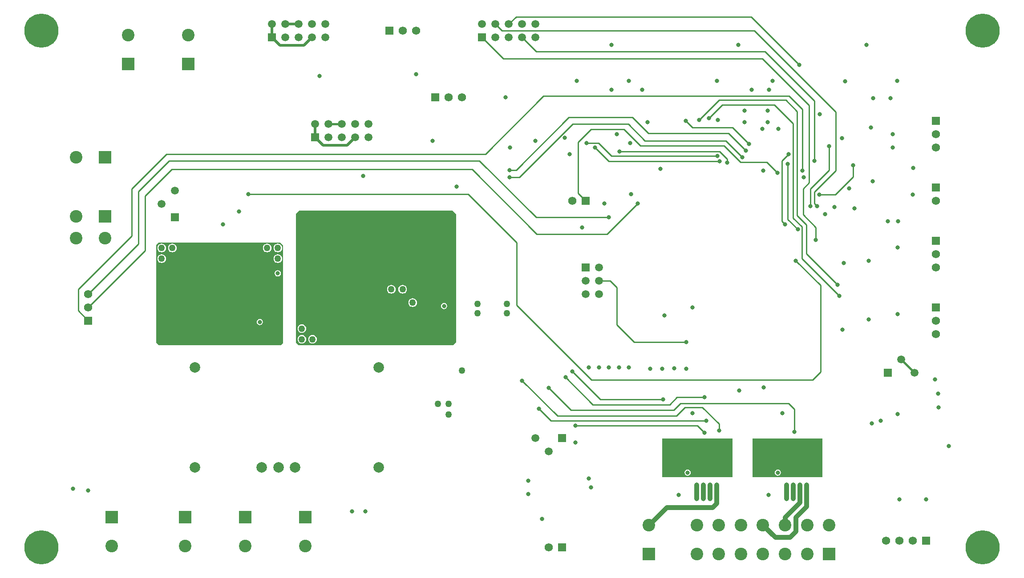
<source format=gbl>
%FSLAX25Y25*%
%MOIN*%
G70*
G01*
G75*
G04 Layer_Physical_Order=4*
G04 Layer_Color=16711680*
%ADD10R,0.03937X0.03937*%
%ADD11R,0.03937X0.03937*%
%ADD12R,0.01260X0.06299*%
%ADD13R,0.13386X0.09685*%
%ADD14R,0.08661X0.09843*%
%ADD15R,0.03937X0.03543*%
%ADD16R,0.04331X0.03937*%
%ADD17R,0.03937X0.04331*%
%ADD18R,0.03543X0.03937*%
%ADD19R,0.06299X0.16535*%
%ADD20R,0.05906X0.05118*%
%ADD21R,0.09843X0.08661*%
%ADD22R,0.21654X0.07874*%
%ADD23R,0.05709X0.01772*%
%ADD24O,0.08661X0.02362*%
%ADD25R,0.03504X0.09488*%
%ADD26R,0.21063X0.33622*%
%ADD27R,0.06299X0.01378*%
%ADD28R,0.09685X0.09095*%
%ADD29O,0.08071X0.01772*%
%ADD30O,0.01772X0.08071*%
%ADD31R,0.04724X0.05512*%
%ADD32R,0.05512X0.04724*%
%ADD33R,0.12000X0.06000*%
%ADD34R,0.07087X0.11811*%
%ADD35R,0.11811X0.07087*%
%ADD36R,0.04600X0.16700*%
%ADD37R,0.07874X0.04724*%
%ADD38R,0.06693X0.09843*%
%ADD39R,0.11000X0.15000*%
%ADD40R,0.05118X0.05906*%
%ADD41R,0.04724X0.07874*%
%ADD42R,0.05118X0.10630*%
%ADD43R,0.10630X0.05118*%
%ADD44R,0.07087X0.22835*%
%ADD45R,0.07087X0.05118*%
%ADD46R,0.06299X0.13780*%
%ADD47R,0.05118X0.07087*%
%ADD48R,0.13780X0.06299*%
%ADD49R,0.07874X0.08661*%
%ADD50R,0.08661X0.07874*%
%ADD51R,0.05709X0.02165*%
%ADD52R,0.05709X0.02165*%
%ADD53C,0.01500*%
%ADD54C,0.01000*%
%ADD55C,0.01200*%
%ADD56C,0.05000*%
%ADD57C,0.02500*%
%ADD58C,0.02000*%
%ADD59C,0.03000*%
%ADD60C,0.01400*%
%ADD61C,0.03500*%
%ADD62R,0.06200X0.06200*%
%ADD63C,0.06200*%
%ADD64R,0.06200X0.06200*%
%ADD65C,0.02800*%
%ADD66C,0.09449*%
%ADD67R,0.09449X0.09449*%
%ADD68R,0.05906X0.05906*%
%ADD69C,0.05906*%
%ADD70R,0.05906X0.05906*%
%ADD71C,0.25590*%
%ADD72C,0.05000*%
%ADD73R,0.09449X0.09449*%
%ADD74C,0.07874*%
%ADD75C,0.03200*%
%ADD76C,0.04000*%
%ADD77C,0.07543*%
G04:AMPARAMS|DCode=78|XSize=95.118mil|YSize=95.118mil|CornerRadius=0mil|HoleSize=0mil|Usage=FLASHONLY|Rotation=0.000|XOffset=0mil|YOffset=0mil|HoleType=Round|Shape=Relief|Width=10mil|Gap=10mil|Entries=4|*
%AMTHD78*
7,0,0,0.09512,0.07512,0.01000,45*
%
%ADD78THD78*%
%ADD79C,0.09512*%
%ADD80C,0.07543*%
G04:AMPARAMS|DCode=81|XSize=75.433mil|YSize=75.433mil|CornerRadius=0mil|HoleSize=0mil|Usage=FLASHONLY|Rotation=0.000|XOffset=0mil|YOffset=0mil|HoleType=Round|Shape=Relief|Width=10mil|Gap=10mil|Entries=4|*
%AMTHD81*
7,0,0,0.07543,0.05543,0.01000,45*
%
%ADD81THD81*%
%ADD82C,0.21717*%
%ADD83C,0.05200*%
%ADD84C,0.06800*%
%ADD85C,0.08724*%
G04:AMPARAMS|DCode=86|XSize=87.244mil|YSize=87.244mil|CornerRadius=0mil|HoleSize=0mil|Usage=FLASHONLY|Rotation=0.000|XOffset=0mil|YOffset=0mil|HoleType=Round|Shape=Relief|Width=10mil|Gap=10mil|Entries=4|*
%AMTHD86*
7,0,0,0.08724,0.06724,0.01000,45*
%
%ADD86THD86*%
%ADD87C,0.07150*%
G04:AMPARAMS|DCode=88|XSize=71.496mil|YSize=71.496mil|CornerRadius=0mil|HoleSize=0mil|Usage=FLASHONLY|Rotation=0.000|XOffset=0mil|YOffset=0mil|HoleType=Round|Shape=Relief|Width=10mil|Gap=10mil|Entries=4|*
%AMTHD88*
7,0,0,0.07150,0.05150,0.01000,45*
%
%ADD88THD88*%
G04:AMPARAMS|DCode=89|XSize=75.433mil|YSize=75.433mil|CornerRadius=0mil|HoleSize=0mil|Usage=FLASHONLY|Rotation=0.000|XOffset=0mil|YOffset=0mil|HoleType=Round|Shape=Relief|Width=10mil|Gap=10mil|Entries=4|*
%AMTHD89*
7,0,0,0.07543,0.05543,0.01000,45*
%
%ADD89THD89*%
%ADD90C,0.05600*%
G04:AMPARAMS|DCode=91|XSize=56mil|YSize=56mil|CornerRadius=0mil|HoleSize=0mil|Usage=FLASHONLY|Rotation=0.000|XOffset=0mil|YOffset=0mil|HoleType=Round|Shape=Relief|Width=10mil|Gap=10mil|Entries=4|*
%AMTHD91*
7,0,0,0.05600,0.03600,0.01000,45*
%
%ADD91THD91*%
G04:AMPARAMS|DCode=92|XSize=68mil|YSize=68mil|CornerRadius=0mil|HoleSize=0mil|Usage=FLASHONLY|Rotation=0.000|XOffset=0mil|YOffset=0mil|HoleType=Round|Shape=Relief|Width=10mil|Gap=10mil|Entries=4|*
%AMTHD92*
7,0,0,0.06800,0.04800,0.01000,45*
%
%ADD92THD92*%
G36*
X506000Y661700D02*
Y588200D01*
X504200Y586400D01*
X412900D01*
X411000Y588300D01*
Y662000D01*
X412600Y663600D01*
X504100D01*
X506000Y661700D01*
D02*
G37*
G36*
X635500Y685000D02*
Y588600D01*
X633400Y586500D01*
X517500D01*
X515500Y588500D01*
Y685000D01*
X518000Y687500D01*
X633000D01*
X635500Y685000D01*
D02*
G37*
G36*
X910000Y487500D02*
X857500D01*
Y516500D01*
X910000D01*
Y487500D01*
D02*
G37*
G36*
X842500D02*
X790000D01*
Y516500D01*
X842500D01*
Y487500D01*
D02*
G37*
%LPC*%
G36*
X528000Y594228D02*
X527165Y594118D01*
X526386Y593795D01*
X525718Y593282D01*
X525205Y592614D01*
X524882Y591835D01*
X524772Y591000D01*
X524882Y590165D01*
X525205Y589386D01*
X525718Y588718D01*
X526386Y588205D01*
X527165Y587882D01*
X528000Y587772D01*
X528835Y587882D01*
X529614Y588205D01*
X530282Y588718D01*
X530795Y589386D01*
X531118Y590165D01*
X531228Y591000D01*
X531118Y591835D01*
X530795Y592614D01*
X530282Y593282D01*
X529614Y593795D01*
X528835Y594118D01*
X528000Y594228D01*
D02*
G37*
G36*
X520000Y602228D02*
X519165Y602118D01*
X518386Y601795D01*
X517718Y601282D01*
X517205Y600614D01*
X516882Y599835D01*
X516772Y599000D01*
X516882Y598165D01*
X517205Y597386D01*
X517718Y596718D01*
X518386Y596205D01*
X519165Y595882D01*
X520000Y595772D01*
X520835Y595882D01*
X521614Y596205D01*
X522282Y596718D01*
X522795Y597386D01*
X523118Y598165D01*
X523228Y599000D01*
X523118Y599835D01*
X522795Y600614D01*
X522282Y601282D01*
X521614Y601795D01*
X520835Y602118D01*
X520000Y602228D01*
D02*
G37*
G36*
X488500Y606345D02*
X487603Y606167D01*
X486842Y605658D01*
X486333Y604897D01*
X486155Y604000D01*
X486333Y603103D01*
X486842Y602342D01*
X487603Y601833D01*
X488500Y601655D01*
X489397Y601833D01*
X490158Y602342D01*
X490667Y603103D01*
X490845Y604000D01*
X490667Y604897D01*
X490158Y605658D01*
X489397Y606167D01*
X488500Y606345D01*
D02*
G37*
G36*
X876500Y493345D02*
X875603Y493167D01*
X874842Y492658D01*
X874333Y491897D01*
X874155Y491000D01*
X874333Y490103D01*
X874842Y489342D01*
X875603Y488833D01*
X876500Y488655D01*
X877397Y488833D01*
X878158Y489342D01*
X878666Y490103D01*
X878845Y491000D01*
X878666Y491897D01*
X878158Y492658D01*
X877397Y493167D01*
X876500Y493345D01*
D02*
G37*
G36*
X809000D02*
X808103Y493167D01*
X807342Y492658D01*
X806833Y491897D01*
X806655Y491000D01*
X806833Y490103D01*
X807342Y489342D01*
X808103Y488833D01*
X809000Y488655D01*
X809897Y488833D01*
X810658Y489342D01*
X811167Y490103D01*
X811345Y491000D01*
X811167Y491897D01*
X810658Y492658D01*
X809897Y493167D01*
X809000Y493345D01*
D02*
G37*
G36*
X520000Y594228D02*
X519165Y594118D01*
X518386Y593795D01*
X517718Y593282D01*
X517205Y592614D01*
X516882Y591835D01*
X516772Y591000D01*
X516882Y590165D01*
X517205Y589386D01*
X517718Y588718D01*
X518386Y588205D01*
X519165Y587882D01*
X520000Y587772D01*
X520835Y587882D01*
X521614Y588205D01*
X522282Y588718D01*
X522795Y589386D01*
X523118Y590165D01*
X523228Y591000D01*
X523118Y591835D01*
X522795Y592614D01*
X522282Y593282D01*
X521614Y593795D01*
X520835Y594118D01*
X520000Y594228D01*
D02*
G37*
G36*
X626500Y618345D02*
X625603Y618167D01*
X624842Y617658D01*
X624333Y616897D01*
X624155Y616000D01*
X624333Y615103D01*
X624842Y614342D01*
X625603Y613833D01*
X626500Y613655D01*
X627397Y613833D01*
X628158Y614342D01*
X628667Y615103D01*
X628845Y616000D01*
X628667Y616897D01*
X628158Y617658D01*
X627397Y618167D01*
X626500Y618345D01*
D02*
G37*
G36*
X415000Y662728D02*
X414165Y662618D01*
X413386Y662295D01*
X412718Y661782D01*
X412205Y661114D01*
X411882Y660335D01*
X411772Y659500D01*
X411882Y658665D01*
X412205Y657886D01*
X412718Y657218D01*
X413386Y656705D01*
X414165Y656382D01*
X415000Y656272D01*
X415835Y656382D01*
X416614Y656705D01*
X417282Y657218D01*
X417795Y657886D01*
X418118Y658665D01*
X418228Y659500D01*
X418118Y660335D01*
X417795Y661114D01*
X417282Y661782D01*
X416614Y662295D01*
X415835Y662618D01*
X415000Y662728D01*
D02*
G37*
G36*
X502000Y654728D02*
X501165Y654618D01*
X500386Y654295D01*
X499718Y653782D01*
X499205Y653114D01*
X498882Y652335D01*
X498772Y651500D01*
X498882Y650665D01*
X499205Y649886D01*
X499718Y649218D01*
X500386Y648705D01*
X501165Y648382D01*
X502000Y648272D01*
X502835Y648382D01*
X503614Y648705D01*
X504282Y649218D01*
X504795Y649886D01*
X505118Y650665D01*
X505228Y651500D01*
X505118Y652335D01*
X504795Y653114D01*
X504282Y653782D01*
X503614Y654295D01*
X502835Y654618D01*
X502000Y654728D01*
D02*
G37*
G36*
X423000Y662728D02*
X422165Y662618D01*
X421386Y662295D01*
X420718Y661782D01*
X420205Y661114D01*
X419882Y660335D01*
X419772Y659500D01*
X419882Y658665D01*
X420205Y657886D01*
X420718Y657218D01*
X421386Y656705D01*
X422165Y656382D01*
X423000Y656272D01*
X423835Y656382D01*
X424614Y656705D01*
X425282Y657218D01*
X425795Y657886D01*
X426118Y658665D01*
X426228Y659500D01*
X426118Y660335D01*
X425795Y661114D01*
X425282Y661782D01*
X424614Y662295D01*
X423835Y662618D01*
X423000Y662728D01*
D02*
G37*
G36*
X502000D02*
X501165Y662618D01*
X500386Y662295D01*
X499718Y661782D01*
X499205Y661114D01*
X498882Y660335D01*
X498772Y659500D01*
X498882Y658665D01*
X499205Y657886D01*
X499718Y657218D01*
X500386Y656705D01*
X501165Y656382D01*
X502000Y656272D01*
X502835Y656382D01*
X503614Y656705D01*
X504282Y657218D01*
X504795Y657886D01*
X505118Y658665D01*
X505228Y659500D01*
X505118Y660335D01*
X504795Y661114D01*
X504282Y661782D01*
X503614Y662295D01*
X502835Y662618D01*
X502000Y662728D01*
D02*
G37*
G36*
X494000D02*
X493165Y662618D01*
X492386Y662295D01*
X491718Y661782D01*
X491205Y661114D01*
X490882Y660335D01*
X490772Y659500D01*
X490882Y658665D01*
X491205Y657886D01*
X491718Y657218D01*
X492386Y656705D01*
X493165Y656382D01*
X494000Y656272D01*
X494835Y656382D01*
X495614Y656705D01*
X496282Y657218D01*
X496795Y657886D01*
X497118Y658665D01*
X497228Y659500D01*
X497118Y660335D01*
X496795Y661114D01*
X496282Y661782D01*
X495614Y662295D01*
X494835Y662618D01*
X494000Y662728D01*
D02*
G37*
G36*
X587000Y631728D02*
X586165Y631618D01*
X585386Y631295D01*
X584718Y630782D01*
X584205Y630114D01*
X583882Y629335D01*
X583772Y628500D01*
X583882Y627665D01*
X584205Y626886D01*
X584718Y626218D01*
X585386Y625705D01*
X586165Y625382D01*
X587000Y625272D01*
X587835Y625382D01*
X588614Y625705D01*
X589282Y626218D01*
X589795Y626886D01*
X590118Y627665D01*
X590228Y628500D01*
X590118Y629335D01*
X589795Y630114D01*
X589282Y630782D01*
X588614Y631295D01*
X587835Y631618D01*
X587000Y631728D01*
D02*
G37*
G36*
X603000Y621728D02*
X602165Y621618D01*
X601386Y621295D01*
X600718Y620782D01*
X600205Y620114D01*
X599882Y619335D01*
X599772Y618500D01*
X599882Y617665D01*
X600205Y616886D01*
X600718Y616218D01*
X601386Y615705D01*
X602165Y615382D01*
X603000Y615272D01*
X603835Y615382D01*
X604614Y615705D01*
X605282Y616218D01*
X605795Y616886D01*
X606118Y617665D01*
X606228Y618500D01*
X606118Y619335D01*
X605795Y620114D01*
X605282Y620782D01*
X604614Y621295D01*
X603835Y621618D01*
X603000Y621728D01*
D02*
G37*
G36*
X595500Y631728D02*
X594665Y631618D01*
X593886Y631295D01*
X593218Y630782D01*
X592705Y630114D01*
X592382Y629335D01*
X592272Y628500D01*
X592382Y627665D01*
X592705Y626886D01*
X593218Y626218D01*
X593886Y625705D01*
X594665Y625382D01*
X595500Y625272D01*
X596335Y625382D01*
X597114Y625705D01*
X597782Y626218D01*
X598295Y626886D01*
X598618Y627665D01*
X598728Y628500D01*
X598618Y629335D01*
X598295Y630114D01*
X597782Y630782D01*
X597114Y631295D01*
X596335Y631618D01*
X595500Y631728D01*
D02*
G37*
G36*
X415000Y654728D02*
X414165Y654618D01*
X413386Y654295D01*
X412718Y653782D01*
X412205Y653114D01*
X411882Y652335D01*
X411772Y651500D01*
X411882Y650665D01*
X412205Y649886D01*
X412718Y649218D01*
X413386Y648705D01*
X414165Y648382D01*
X415000Y648272D01*
X415835Y648382D01*
X416614Y648705D01*
X417282Y649218D01*
X417795Y649886D01*
X418118Y650665D01*
X418228Y651500D01*
X418118Y652335D01*
X417795Y653114D01*
X417282Y653782D01*
X416614Y654295D01*
X415835Y654618D01*
X415000Y654728D01*
D02*
G37*
G36*
X502000Y642845D02*
X501103Y642667D01*
X500342Y642158D01*
X499833Y641397D01*
X499655Y640500D01*
X499833Y639603D01*
X500342Y638842D01*
X501103Y638333D01*
X502000Y638155D01*
X502897Y638333D01*
X503658Y638842D01*
X504167Y639603D01*
X504345Y640500D01*
X504167Y641397D01*
X503658Y642158D01*
X502897Y642667D01*
X502000Y642845D01*
D02*
G37*
%LPD*%
G54D53*
X540000Y752500D02*
X550000D01*
X969000Y576000D02*
X979000Y566000D01*
G54D54*
X644500Y700000D02*
X681000Y663500D01*
Y616500D02*
Y663500D01*
Y616500D02*
X737000Y560500D01*
X801000Y547500D02*
X821500D01*
X795500Y542000D02*
X801000Y547500D01*
X695500Y682500D02*
X750000D01*
X653000Y725000D02*
X695500Y682500D01*
X420500Y725000D02*
X653000D01*
X748500Y670000D02*
X771500Y693000D01*
X696000Y670000D02*
X748500D01*
X647500Y718500D02*
X696000Y670000D01*
X422500Y718500D02*
X647500D01*
X480000Y700000D02*
X644500D01*
X671000Y801500D02*
X865000D01*
X655000Y817500D02*
X671000Y801500D01*
X900000Y708500D02*
Y766500D01*
X865000Y801500D02*
X900000Y766500D01*
X904000Y725000D02*
Y770000D01*
X867000Y807000D02*
X904000Y770000D01*
X695500Y807000D02*
X867000D01*
X920000Y717500D02*
Y761500D01*
X859000Y822500D02*
X920000Y761500D01*
X670000Y822500D02*
X859000D01*
X904000Y701500D02*
X920000Y717500D01*
X884100Y680900D02*
Y722500D01*
X895500Y704000D02*
X900000Y708500D01*
X895500Y684500D02*
Y704000D01*
Y684500D02*
X905100Y674900D01*
X915000Y718000D02*
Y736000D01*
X901000Y704000D02*
X915000Y718000D01*
X901000Y691000D02*
Y704000D01*
X701000Y773500D02*
X885000D01*
X657500Y730000D02*
X701000Y773500D01*
X418500Y730000D02*
X657500D01*
X392500Y704000D02*
X418500Y730000D01*
X402500Y698500D02*
X422500Y718500D01*
X402500Y657500D02*
Y698500D01*
X397500Y702000D02*
X420500Y725000D01*
X397500Y662500D02*
Y702000D01*
X392500Y668500D02*
Y704000D01*
X352500Y628500D02*
X392500Y668500D01*
X360000Y625000D02*
X397500Y662500D01*
X360000Y615000D02*
X402500Y657500D01*
X352500Y612500D02*
Y628500D01*
Y612500D02*
X360000Y605000D01*
X737000Y560500D02*
X902500D01*
X908500Y566500D01*
Y631500D01*
X890000Y650000D02*
X908500Y631500D01*
X885000Y773500D02*
X895000Y763500D01*
Y717500D02*
Y763500D01*
X904000Y693000D02*
Y701500D01*
Y693000D02*
X906000Y691000D01*
X907500Y699500D02*
X919500D01*
X879500Y725000D02*
X884500Y730000D01*
X879500Y679600D02*
Y725000D01*
X882500Y770500D02*
X891000Y762000D01*
Y684000D02*
Y762000D01*
Y684000D02*
X898000Y677000D01*
X874000Y767000D02*
X888000Y753000D01*
Y682000D02*
Y753000D01*
Y682000D02*
X894500Y675500D01*
X879500Y679600D02*
X882000Y677100D01*
X884100Y680900D02*
X891500Y673500D01*
X932900Y712900D02*
Y721500D01*
X919500Y699500D02*
X932900Y712900D01*
X736500Y748500D02*
X761437D01*
X727000Y739000D02*
X736500Y748500D01*
X727000Y700500D02*
Y739000D01*
Y700500D02*
X732500Y695000D01*
X756000Y602000D02*
Y630000D01*
X751000Y635000D02*
X756000Y630000D01*
X742500Y635000D02*
X751000D01*
X832500Y522500D02*
Y527500D01*
X889000Y521500D02*
Y538500D01*
X750000Y724600D02*
X833000D01*
X739600Y735000D02*
X750000Y724600D01*
X733400Y738300D02*
X742200D01*
X752100Y728400D01*
X831200D01*
X761437Y748500D02*
X773637Y736300D01*
X757800Y732000D02*
X833000D01*
X838642Y726358D01*
Y723700D02*
Y726358D01*
X856500Y833000D02*
X892500Y797000D01*
X817500Y755500D02*
X832500Y770500D01*
X882500D01*
X825000Y757000D02*
X835000Y767000D01*
X874000D01*
X894500Y651500D02*
X922500Y623500D01*
X898000Y655100D02*
X921300Y631800D01*
X894500Y651500D02*
Y675500D01*
X898000Y655100D02*
Y677000D01*
X905100Y665400D02*
Y674900D01*
X756000Y602000D02*
X769000Y589000D01*
X808000D01*
X816200Y526300D02*
X821500Y521000D01*
X724800Y526300D02*
X816200D01*
X706500Y530000D02*
X823000D01*
X697500Y539000D02*
X706500Y530000D01*
X820000Y540000D02*
X832500Y527500D01*
X685000Y560000D02*
X711500Y533500D01*
X884500Y543000D02*
X889000Y538500D01*
X711500Y533500D02*
X800500D01*
X807000Y540000D01*
X820000D01*
X803500Y543000D02*
X884500D01*
X743500Y546000D02*
X790500D01*
X722500Y567000D02*
X743500Y546000D01*
X738000Y542000D02*
X795500D01*
X717500Y562500D02*
X738000Y542000D01*
X705000Y554500D02*
X721500Y538000D01*
X798500D01*
X803500Y543000D01*
X680500Y833000D02*
X856500D01*
X675000Y827500D02*
X680500Y833000D01*
X665000Y827500D02*
X670000Y822500D01*
X685000Y817500D02*
X695500Y807000D01*
X868200Y724000D02*
X876300Y715900D01*
X773637Y736300D02*
X836200D01*
X848500Y724000D01*
X868200D01*
X837500Y740000D02*
X850000Y727500D01*
X777000Y740000D02*
X837500D01*
X764500Y752500D02*
X777000Y740000D01*
X723000Y752500D02*
X764500D01*
X839500Y745500D02*
X852500Y732500D01*
X779500Y745500D02*
X839500D01*
X767500Y757500D02*
X779500Y745500D01*
X720000Y757500D02*
X767500D01*
X842500Y750000D02*
X855000Y737500D01*
X812500Y750000D02*
X842500D01*
X807500Y755000D02*
X812500Y750000D01*
X675500Y712500D02*
X683000D01*
X723000Y752500D01*
X680500Y718000D02*
X720000Y757500D01*
X675500Y718000D02*
X680500D01*
G54D58*
X507500Y827500D02*
X517500D01*
X497500Y817500D02*
Y827500D01*
Y817500D02*
X503500Y811500D01*
X521500D01*
X527500Y817500D01*
X554000Y736500D02*
X560000Y742500D01*
X536000Y736500D02*
X554000D01*
X530000Y742500D02*
X536000Y736500D01*
X530000Y742500D02*
Y752500D01*
G54D61*
X898000Y471500D02*
Y475000D01*
Y465500D02*
Y471500D01*
X780000Y451654D02*
X793346Y465000D01*
X830500Y471500D02*
Y475000D01*
Y478500D01*
Y482000D01*
X793346Y465000D02*
X827500D01*
X830500Y468000D01*
Y471500D01*
X898000Y478500D02*
Y482000D01*
Y475000D02*
Y478500D01*
X890000Y457500D02*
X898000Y465500D01*
X890000Y447000D02*
Y457500D01*
X885500Y442500D02*
X890000Y447000D01*
X874547Y442500D02*
X885500D01*
X865394Y451654D02*
X874547Y442500D01*
X881929Y457429D02*
X893000Y468500D01*
X881929Y451654D02*
Y457429D01*
X893000Y468500D02*
Y471500D01*
Y475000D01*
Y478500D01*
Y482000D01*
X825500Y471500D02*
Y475000D01*
Y478500D01*
Y482000D01*
X820500Y471500D02*
Y475000D01*
Y478500D01*
Y482000D01*
X815500Y471500D02*
Y475000D01*
Y478500D01*
Y482000D01*
X888000Y471500D02*
Y475000D01*
Y478500D01*
Y482000D01*
X883000Y471500D02*
Y475000D01*
Y478500D01*
Y482000D01*
G54D62*
X360000Y605000D02*
D03*
X995000Y755000D02*
D03*
Y615000D02*
D03*
Y665000D02*
D03*
Y705000D02*
D03*
G54D63*
X360000Y615000D02*
D03*
Y625000D02*
D03*
X595500Y822500D02*
D03*
X605500D02*
D03*
X630000Y772500D02*
D03*
X640000D02*
D03*
X995000Y735000D02*
D03*
Y745000D02*
D03*
Y595000D02*
D03*
Y605000D02*
D03*
Y645000D02*
D03*
Y655000D02*
D03*
X705000Y435000D02*
D03*
X995000Y695000D02*
D03*
X967500Y440000D02*
D03*
X977500D02*
D03*
X957500D02*
D03*
X722500Y695000D02*
D03*
G54D64*
X585500Y822500D02*
D03*
X620000Y772500D02*
D03*
X715000Y435000D02*
D03*
X987500Y440000D02*
D03*
X732500Y695000D02*
D03*
G54D65*
X866500Y513500D02*
D03*
Y501500D02*
D03*
X872000Y507500D02*
D03*
X861000D02*
D03*
X793500D02*
D03*
X804500D02*
D03*
X799000Y501500D02*
D03*
Y513500D02*
D03*
X1030000Y833300D02*
D03*
X1040800Y822500D02*
D03*
X1030000Y811700D02*
D03*
X1019200Y822500D02*
D03*
X1022300Y830200D02*
D03*
X1037700D02*
D03*
X1022300Y814800D02*
D03*
X1037700D02*
D03*
X1030000Y445800D02*
D03*
X1040800Y435000D02*
D03*
X1030000Y424200D02*
D03*
X1019200Y435000D02*
D03*
X1022300Y442700D02*
D03*
X1037700D02*
D03*
X1022300Y427300D02*
D03*
X1037700D02*
D03*
X325000Y833300D02*
D03*
X335800Y822500D02*
D03*
X325000Y811700D02*
D03*
X314200Y822500D02*
D03*
X317300Y830200D02*
D03*
X332700D02*
D03*
X317300Y814800D02*
D03*
X332700D02*
D03*
Y427300D02*
D03*
X317300D02*
D03*
X332700Y442700D02*
D03*
X317300D02*
D03*
X314200Y435000D02*
D03*
X325000Y424200D02*
D03*
X335800Y435000D02*
D03*
X325000Y445800D02*
D03*
X449000Y611000D02*
D03*
X455000D02*
D03*
X452000D02*
D03*
X573500Y668100D02*
D03*
X561500Y664100D02*
D03*
Y660100D02*
D03*
Y656100D02*
D03*
Y672100D02*
D03*
X573500Y664100D02*
D03*
Y660100D02*
D03*
Y656100D02*
D03*
X569500Y672100D02*
D03*
X557500Y664100D02*
D03*
X561500Y652100D02*
D03*
Y668100D02*
D03*
X569500Y652100D02*
D03*
X557500D02*
D03*
Y656100D02*
D03*
X565500D02*
D03*
X569500D02*
D03*
Y660100D02*
D03*
X565500Y648100D02*
D03*
X569500D02*
D03*
X565500Y652100D02*
D03*
Y664100D02*
D03*
X573500Y672100D02*
D03*
X561500Y648100D02*
D03*
X565500Y672100D02*
D03*
X557500Y660100D02*
D03*
Y648100D02*
D03*
X569500Y664100D02*
D03*
X565500Y668100D02*
D03*
X557500D02*
D03*
X569500D02*
D03*
X557500Y672100D02*
D03*
X573500Y648100D02*
D03*
Y652100D02*
D03*
X565500Y660100D02*
D03*
X449000Y614500D02*
D03*
X452000Y620500D02*
D03*
X449000D02*
D03*
X452000Y617500D02*
D03*
X449000Y624000D02*
D03*
X455000D02*
D03*
X449000Y617500D02*
D03*
X452000Y614500D02*
D03*
Y624000D02*
D03*
X455000Y614500D02*
D03*
Y617500D02*
D03*
Y620500D02*
D03*
X452000Y627000D02*
D03*
X455000D02*
D03*
X449000D02*
D03*
X452000Y608000D02*
D03*
X455000D02*
D03*
X449000D02*
D03*
X815500Y482000D02*
D03*
X820500D02*
D03*
X825500D02*
D03*
X830500D02*
D03*
X815500Y478500D02*
D03*
Y475000D02*
D03*
Y471500D02*
D03*
X820500Y478500D02*
D03*
Y475000D02*
D03*
Y471500D02*
D03*
X825500Y478500D02*
D03*
Y475000D02*
D03*
Y471500D02*
D03*
X830500Y478500D02*
D03*
Y475000D02*
D03*
Y471500D02*
D03*
X898000D02*
D03*
Y475000D02*
D03*
Y478500D02*
D03*
X893000Y471500D02*
D03*
Y475000D02*
D03*
Y478500D02*
D03*
X888000Y471500D02*
D03*
Y475000D02*
D03*
Y478500D02*
D03*
X883000Y471500D02*
D03*
Y475000D02*
D03*
Y478500D02*
D03*
X898000Y482000D02*
D03*
X893000D02*
D03*
X888000D02*
D03*
X883000D02*
D03*
X889000Y498500D02*
D03*
X888957Y502024D02*
D03*
X889000Y505500D02*
D03*
X885000D02*
D03*
X893000D02*
D03*
Y502000D02*
D03*
X885000D02*
D03*
Y498500D02*
D03*
X893000D02*
D03*
X900000Y506500D02*
D03*
Y503500D02*
D03*
Y500500D02*
D03*
Y497500D02*
D03*
X903000Y506500D02*
D03*
Y503500D02*
D03*
Y500500D02*
D03*
Y497500D02*
D03*
X906000Y506500D02*
D03*
Y503500D02*
D03*
Y500500D02*
D03*
Y497500D02*
D03*
X877000D02*
D03*
Y500500D02*
D03*
Y503500D02*
D03*
Y506500D02*
D03*
X809500D02*
D03*
Y503500D02*
D03*
Y500500D02*
D03*
Y497500D02*
D03*
X838500D02*
D03*
Y500500D02*
D03*
Y503500D02*
D03*
Y506500D02*
D03*
X835500Y497500D02*
D03*
Y500500D02*
D03*
Y503500D02*
D03*
Y506500D02*
D03*
X832500Y497500D02*
D03*
Y500500D02*
D03*
Y503500D02*
D03*
Y506500D02*
D03*
X825500Y498500D02*
D03*
X817500D02*
D03*
Y502000D02*
D03*
X825500D02*
D03*
Y505500D02*
D03*
X817500D02*
D03*
X821500D02*
D03*
X821457Y502024D02*
D03*
X821500Y498500D02*
D03*
G54D66*
X350846Y683268D02*
D03*
X372500Y666732D02*
D03*
X350846D02*
D03*
X522500Y435846D02*
D03*
X377500D02*
D03*
X350846Y727500D02*
D03*
X432500Y435846D02*
D03*
X477500D02*
D03*
X780000Y451654D02*
D03*
X435000Y819154D02*
D03*
X390000D02*
D03*
X915000Y451654D02*
D03*
X898465Y430000D02*
D03*
Y451654D02*
D03*
X881929Y430000D02*
D03*
Y451654D02*
D03*
X865394Y430000D02*
D03*
Y451654D02*
D03*
X848858Y430000D02*
D03*
Y451654D02*
D03*
X832323Y430000D02*
D03*
Y451654D02*
D03*
X815787Y430000D02*
D03*
Y451654D02*
D03*
G54D67*
X372500Y683268D02*
D03*
X372500Y727500D02*
D03*
G54D68*
X497500Y817500D02*
D03*
X530000Y742500D02*
D03*
X655000Y817500D02*
D03*
X959000Y566000D02*
D03*
X715000Y517000D02*
D03*
G54D69*
X507500Y817500D02*
D03*
X517500D02*
D03*
X527500D02*
D03*
X537500D02*
D03*
X497500Y827500D02*
D03*
X507500D02*
D03*
X517500D02*
D03*
X527500D02*
D03*
X537500D02*
D03*
X540000Y742500D02*
D03*
X550000D02*
D03*
X560000D02*
D03*
X570000D02*
D03*
X530000Y752500D02*
D03*
X540000D02*
D03*
X550000D02*
D03*
X560000D02*
D03*
X570000D02*
D03*
X665000Y817500D02*
D03*
X675000D02*
D03*
X685000D02*
D03*
X695000D02*
D03*
X655000Y827500D02*
D03*
X665000D02*
D03*
X675000D02*
D03*
X685000D02*
D03*
X695000D02*
D03*
X742500Y625000D02*
D03*
X732500D02*
D03*
X742500Y635000D02*
D03*
X732500D02*
D03*
X742500Y645000D02*
D03*
X415000Y692500D02*
D03*
X425000Y702500D02*
D03*
X969000Y576000D02*
D03*
X979000Y566000D02*
D03*
X705000Y507000D02*
D03*
X695000Y517000D02*
D03*
G54D70*
X732500Y645000D02*
D03*
X425000Y682500D02*
D03*
G54D71*
X1030000Y822500D02*
D03*
Y435000D02*
D03*
X325000Y822500D02*
D03*
Y435000D02*
D03*
G54D72*
X622000Y542500D02*
D03*
X630000Y534500D02*
D03*
Y542500D02*
D03*
X415000Y651500D02*
D03*
X423000Y659500D02*
D03*
X415000D02*
D03*
X520000Y591000D02*
D03*
Y599000D02*
D03*
X528000Y591000D02*
D03*
X595500Y628500D02*
D03*
X587000D02*
D03*
X603000Y618500D02*
D03*
X502000Y659500D02*
D03*
Y651500D02*
D03*
X494000Y659500D02*
D03*
X673500Y610500D02*
D03*
X651500D02*
D03*
Y617500D02*
D03*
X673500D02*
D03*
X640000Y567500D02*
D03*
G54D73*
X522500Y457500D02*
D03*
X377500D02*
D03*
X432500D02*
D03*
X477500D02*
D03*
X780000Y430000D02*
D03*
X435000Y797500D02*
D03*
X390000D02*
D03*
X915000Y430000D02*
D03*
G54D74*
X577500Y495000D02*
D03*
X515000D02*
D03*
X502500D02*
D03*
X490000D02*
D03*
X440000D02*
D03*
X577500Y570000D02*
D03*
X440000D02*
D03*
G54D75*
X847500Y552500D02*
D03*
X821500Y547500D02*
D03*
X480000Y700000D02*
D03*
X890000Y650000D02*
D03*
X896000Y712500D02*
D03*
X895000Y717500D02*
D03*
X904000Y725000D02*
D03*
X915000Y736000D02*
D03*
X907500Y699500D02*
D03*
X750000Y682500D02*
D03*
X730000Y675000D02*
D03*
X746500Y693000D02*
D03*
X771500Y693000D02*
D03*
X766500Y700000D02*
D03*
X676000Y735000D02*
D03*
X978000Y719500D02*
D03*
X977500Y699500D02*
D03*
X959000Y679500D02*
D03*
X966500D02*
D03*
X962500Y745000D02*
D03*
Y735000D02*
D03*
X823000Y530000D02*
D03*
X821500Y521000D02*
D03*
X697500Y539000D02*
D03*
X880000Y535500D02*
D03*
X808000Y589000D02*
D03*
X994193Y560807D02*
D03*
X557500Y462000D02*
D03*
X567500D02*
D03*
X626500Y616000D02*
D03*
X348500Y479000D02*
D03*
X869000Y762500D02*
D03*
X869000Y754000D02*
D03*
X1004500Y511000D02*
D03*
X865500Y717500D02*
D03*
X921300Y631800D02*
D03*
X757800Y732000D02*
D03*
X838642Y723700D02*
D03*
X912000Y685000D02*
D03*
X932900Y721500D02*
D03*
X833000Y724600D02*
D03*
X739600Y735000D02*
D03*
X779000Y754000D02*
D03*
X876300Y715900D02*
D03*
X944475Y606000D02*
D03*
X924475Y742000D02*
D03*
X733400Y738300D02*
D03*
X831200Y728400D02*
D03*
X764947Y785000D02*
D03*
X947446Y709418D02*
D03*
X966053Y785000D02*
D03*
X725947D02*
D03*
X751947Y778307D02*
D03*
X775053D02*
D03*
X752100Y812000D02*
D03*
X831053Y785000D02*
D03*
X947000Y527939D02*
D03*
X857053Y778307D02*
D03*
X953569Y530000D02*
D03*
X847100Y812000D02*
D03*
X966431Y535000D02*
D03*
X870053Y778307D02*
D03*
X918913Y690144D02*
D03*
X944475Y650000D02*
D03*
X966307Y609947D02*
D03*
X934046Y689260D02*
D03*
X907913Y759856D02*
D03*
X930046Y704323D02*
D03*
X997087Y539856D02*
D03*
X996693Y550053D02*
D03*
X966307Y659947D02*
D03*
X927053Y784693D02*
D03*
X946307Y749947D02*
D03*
X943100Y812000D02*
D03*
X360000Y477585D02*
D03*
X461000Y677231D02*
D03*
X700053Y456307D02*
D03*
X689569Y475000D02*
D03*
Y485000D02*
D03*
X735053Y486693D02*
D03*
X724947Y513693D02*
D03*
X565931Y713701D02*
D03*
X866069Y555000D02*
D03*
X533431Y788701D02*
D03*
X720569Y730000D02*
D03*
X766053Y738307D02*
D03*
X617915Y740000D02*
D03*
X791537Y609000D02*
D03*
X716856Y742087D02*
D03*
X694915Y740000D02*
D03*
X755947Y745000D02*
D03*
X812500Y615000D02*
D03*
X502000Y640500D02*
D03*
X488500Y604000D02*
D03*
X473000Y687000D02*
D03*
X925913Y648144D02*
D03*
X924913Y598144D02*
D03*
X736500Y480000D02*
D03*
X872500Y785000D02*
D03*
X961000Y772000D02*
D03*
X948000D02*
D03*
X799000Y569043D02*
D03*
X905100Y665400D02*
D03*
X884500Y730000D02*
D03*
X967500Y471000D02*
D03*
X987500D02*
D03*
X788500Y719000D02*
D03*
X891500Y673500D02*
D03*
X884100Y722500D02*
D03*
X882000Y677100D02*
D03*
X922500Y623500D02*
D03*
X825000Y757000D02*
D03*
X831500Y755500D02*
D03*
X817500D02*
D03*
X892500Y797000D02*
D03*
X906000Y691000D02*
D03*
X901000D02*
D03*
X781000Y569000D02*
D03*
X790000D02*
D03*
X808000Y569000D02*
D03*
X735000Y570000D02*
D03*
X742500D02*
D03*
X750000D02*
D03*
X757500D02*
D03*
X765000D02*
D03*
X809000Y491000D02*
D03*
X876500D02*
D03*
X869693Y474307D02*
D03*
X802307Y474307D02*
D03*
X812500Y535500D02*
D03*
X889000Y521500D02*
D03*
X705000Y554500D02*
D03*
X685000Y560000D02*
D03*
X832500Y522500D02*
D03*
X724800Y526300D02*
D03*
X790500Y546000D02*
D03*
X722500Y567000D02*
D03*
X717500Y562500D02*
D03*
X605500Y790000D02*
D03*
X672500Y772500D02*
D03*
X636000Y705500D02*
D03*
X851500Y754000D02*
D03*
Y762500D02*
D03*
X850000Y727500D02*
D03*
X852500Y732500D02*
D03*
X855000Y737500D02*
D03*
X807500Y755000D02*
D03*
X865000Y749000D02*
D03*
X877000D02*
D03*
X675500Y712500D02*
D03*
Y718000D02*
D03*
M02*

</source>
